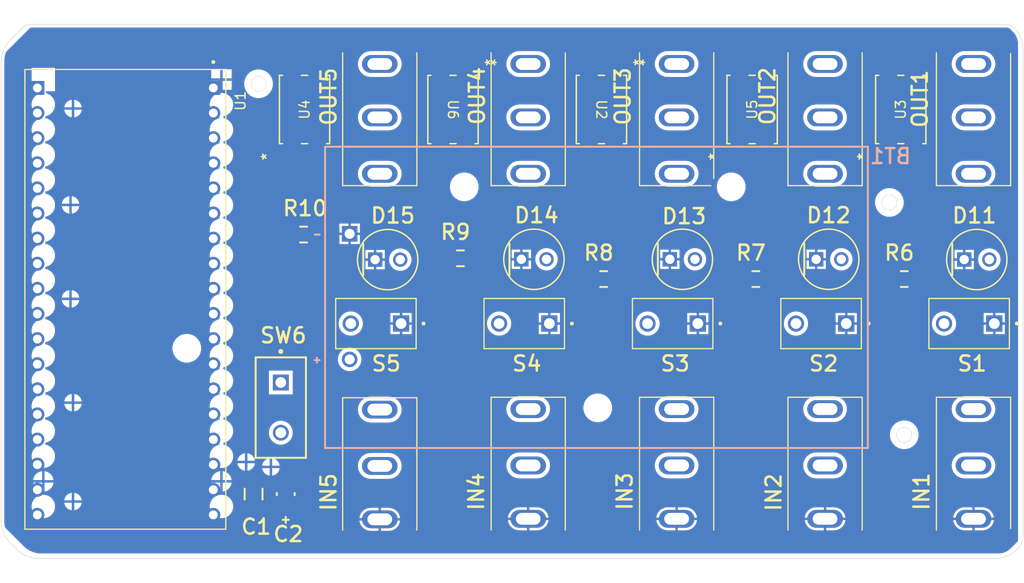
<source format=kicad_pcb>
(kicad_pcb (version 20241229) (generator "pcbnew") (generator_version "9.0")
  (layers (0 "F.Cu" signal "Top Layer") (2 "B.Cu" signal "Bottom Layer") (13 "F.Paste" user "Top Paste") (15 "B.Paste" user "Bottom Paste") (5 "F.SilkS" user "Top Overlay") (7 "B.SilkS" user "Bottom Overlay") (1 "F.Mask" user "Top Solder") (3 "B.Mask" user "Bottom Solder") (25 "Edge.Cuts" user))
  (property "SHEETTOTAL" "1")
  (net 0 "")
  (net 1 "NetD15_2")
  (net 2 "NetD14_2")
  (net 3 "NetD13_2")
  (net 4 "NetD12_2")
  (net 5 "NetD11_2")
  (net 6 "VIN")
  (net 7 "PILOT_LED5")
  (net 8 "PILOT_LED4")
  (net 9 "PILOT_LED3")
  (net 10 "PILOT_LED2")
  (net 11 "PILOT_LED1")
  (net 12 "NetOUT5_Tip")
  (net 13 "NetOUT5_Sleeve")
  (net 14 "NetOUT4_Tip")
  (net 15 "NetOUT4_Sleeve")
  (net 16 "NetOUT3_Tip")
  (net 17 "NetOUT3_Sleeve")
  (net 18 "NetOUT2_Tip")
  (net 19 "NetOUT2_Sleeve")
  (net 20 "NetOUT1_Tip")
  (net 21 "NetOUT1_Sleeve")
  (net 22 "NetBT1_2")
  (net 23 "GND")
  (net 24 "BTN5")
  (net 25 "BTN4")
  (net 26 "BTN3")
  (net 27 "BTN2")
  (net 28 "BTN1")
  (net 29 "BACKUP_BTN5")
  (net 30 "BACKUP_BTN4")
  (net 31 "BACKUP_BTN3")
  (net 32 "BACKUP_BTN2")
  (net 33 "BACKUP_BTN1")
  (net 70 "Net-(J3-Pad2)")
  (net 71 "Net-(U2-A)")
  (net 72 "Net-(J3-Pad1)")
  (net 73 "Net-(U3-A)")
  (net 74 "Net-(J4-Pad1)")
  (net 75 "Net-(J4-Pad2)")
  (net 76 "Net-(U4-A)")
  (net 77 "Net-(J5-Pad2)")
  (net 78 "Net-(J5-Pad1)")
  (net 79 "Net-(U5-A)")
  (net 80 "Net-(J6-Pad1)")
  (net 81 "Net-(J6-Pad2)")
  (net 82 "Net-(J7-Pad1)")
  (net 83 "Net-(J7-Pad2)")
  (net 84 "Net-(U6-A)")
  (footprint "800AWSP9M2QE:SW_800AWSP9M2QE" (layer "F.Cu") (at 149.72611 108.2536 180)
    (property "Reference" "S4" (at -0.25399 -4.053852 0) (layer "F.SilkS") (effects (font (size 1.524 1.524) (thickness 0.254))))
    (property "Value" "800AWSP9M2QE" (hide yes))
    (fp_line (start 4.065 2.54) (end -4.065 2.54) (stroke (width 0.127)) (layer "F.SilkS"))
    (fp_line (start 4.065 -2.54) (end 4.065 2.54) (stroke (width 0.127)) (layer "F.SilkS"))
    (fp_line (start 4.065 -2.54) (end -4.065 -2.54) (stroke (width 0.127)) (layer "F.SilkS"))
    (fp_line (start -4.065 -2.54) (end -4.065 2.54) (stroke (width 0.127)) (layer "F.SilkS"))
    (fp_circle (center -4.815 0) (end -4.815 0.1) (stroke (width 0.2)) (fill no) (layer "F.SilkS"))
    (pad "1" thru_hole rect (at -2.54 0 180) (size 1.635 1.635) (drill 1.09) (layers "*.Cu" "*.Mask") (net 23 "GND") (padstack (mode front_inner_back) (layer "Inner" (shape circle) (size 1.635 1.635)) (layer "B.Cu" (shape rect) (size 1.635 1.635))))
    (pad "3" thru_hole circle (at 2.54 0 180) (size 1.635 1.635) (drill 1.09) (layers "*.Cu" "*.Mask") (net 30 "BACKUP_BTN4"))
  )
  (footprint "Vault:CKCP-TS02CBE_V" (layer "F.Cu") (at 125.1261 116.7536 -90)
    (property "Reference" "SW6" (at -7.296148 -0.254005 0) (layer "F.SilkS") (effects (font (size 1.524 1.524) (thickness 0.254))))
    (property "Value" "TS02CBE" (hide yes))
    (fp_line (start -5.08033 2.54016) (end -5.08 -2.54) (stroke (width 0.2)) (layer "F.SilkS"))
    (fp_line (start 5.07967 2.54016) (end -5.08033 2.54016) (stroke (width 0.2)) (layer "F.SilkS"))
    (fp_line (start 5.07967 2.54016) (end 5.07984 -2.54) (stroke (width 0.2)) (layer "F.SilkS"))
    (fp_line (start 5.08 -2.54) (end -5.08 -2.54) (stroke (width 0.2)) (layer "F.SilkS"))
    (fp_circle (center -5.68 0) (end -5.805 0) (stroke (width 0.25)) (fill no) (layer "F.SilkS"))
    (pad "1" thru_hole rect (at -2.54 0 270) (size 1.6 1.6) (drill 1.09) (layers "*.Cu" "*.Mask") (net 22 "NetBT1_2"))
    (pad "3" thru_hole circle (at 2.54 0 90) (size 1.6 1.6) (drill 1.09) (layers "*.Cu" "*.Mask") (net 6 "VIN"))
  )
  (footprint "Vault:FP-HLMP-4700-MFG" (layer "F.Cu") (at 165.7061 101.7536)
    (property "Reference" "D13" (at 0.174005 -4.346148 0) (layer "F.SilkS") (effects (font (size 1.524 1.524) (thickness 0.254))))
    (property "Value" "HLMP-4700" (hide yes))
    (fp_line (start -2.475 1.6) (end -2.475 -1.6) (stroke (width 0.2)) (layer "F.SilkS"))
    (fp_circle (center 0 0) (end 0 -3.05) (stroke (width 0.15)) (fill no) (layer "F.SilkS"))
    (pad "1" thru_hole rect (at -1.27 0) (size 1.45 1.45) (drill 0.95) (layers "*.Cu" "*.Mask") (net 23 "GND"))
    (pad "2" thru_hole circle (at 1.27 0) (size 1.45 1.45) (drill 0.95) (layers "*.Cu" "*.Mask") (net 3 "NetD13_2"))
  )
  (footprint "Vault:RESC3116X65X50NL20T20" (layer "F.Cu") (at 188.1261 103.7536)
    (property "Reference" "R6" (at -0.49571 -2.650998 0) (layer "F.SilkS") (effects (font (size 1.524 1.524) (thickness 0.254))))
    (property "Value" "CRCW1206750RFKEAHP" (hide yes))
    (fp_line (start -0.35 -0.8) (end 0.35 -0.8) (stroke (width 0.2)) (layer "F.SilkS"))
    (fp_line (start -0.35 0.8) (end 0.35 0.8) (stroke (width 0.2)) (layer "F.SilkS"))
    (pad "1" smd rect (at -1.375 0 90) (size 1.8 1.25) (layers "F.Cu" "F.Mask" "F.Paste") (net 11 "PILOT_LED1"))
    (pad "2" smd rect (at 1.375 0 90) (size 1.8 1.25) (layers "F.Cu" "F.Mask" "F.Paste") (net 5 "NetD11_2"))
  )
  (footprint "Vault:RESC3116X65X50NL20T20" (layer "F.Cu") (at 127.4261 99.2536)
    (property "Reference" "R10" (at 0.139085 -2.650998 0) (layer "F.SilkS") (effects (font (size 1.524 1.524) (thickness 0.254))))
    (property "Value" "CRCW1206750RFKEAHP" (hide yes))
    (fp_line (start -0.35 -0.8) (end 0.35 -0.8) (stroke (width 0.2)) (layer "F.SilkS"))
    (fp_line (start -0.35 0.8) (end 0.35 0.8) (stroke (width 0.2)) (layer "F.SilkS"))
    (pad "1" smd rect (at -1.375 0 90) (size 1.8 1.25) (layers "F.Cu" "F.Mask" "F.Paste") (net 7 "PILOT_LED5"))
    (pad "2" smd rect (at 1.375 0 90) (size 1.8 1.25) (layers "F.Cu" "F.Mask" "F.Paste") (net 1 "NetD15_2"))
  )
  (footprint "Vault:FP-HLMP-4700-MFG" (layer "F.Cu") (at 195.4561 101.7786)
    (property "Reference" "D11" (at -0.245995 -4.446148 0) (layer "F.SilkS") (effects (font (size 1.524 1.524) (thickness 0.254))))
    (property "Value" "HLMP-4700" (hide yes))
    (fp_line (start -2.475 1.6) (end -2.475 -1.6) (stroke (width 0.2)) (layer "F.SilkS"))
    (fp_circle (center 0 0) (end 0 -3.05) (stroke (width 0.15)) (fill no) (layer "F.SilkS"))
    (pad "1" thru_hole rect (at -1.27 0) (size 1.45 1.45) (drill 0.95) (layers "*.Cu" "*.Mask") (net 23 "GND"))
    (pad "2" thru_hole circle (at 1.27 0) (size 1.45 1.45) (drill 0.95) (layers "*.Cu" "*.Mask") (net 5 "NetD11_2"))
  )
  (footprint "800AWSP9M2QE:SW_800AWSP9M2QE" (layer "F.Cu") (at 164.7261 108.2536 180)
    (property "Reference" "S3" (at -0.254 -4.053852 0) (layer "F.SilkS") (effects (font (size 1.524 1.524) (thickness 0.254))))
    (property "Value" "800AWSP9M2QE" (hide yes))
    (fp_line (start 4.065 2.54) (end -4.06501 2.54) (stroke (width 0.127)) (layer "F.SilkS"))
    (fp_line (start 4.065 -2.54) (end 4.065 2.54) (stroke (width 0.127)) (layer "F.SilkS"))
    (fp_line (start 4.065 -2.54) (end -4.06501 -2.54) (stroke (width 0.127)) (layer "F.SilkS"))
    (fp_line (start -4.06501 -2.54) (end -4.06501 2.54) (stroke (width 0.127)) (layer "F.SilkS"))
    (fp_circle (center -4.815 0) (end -4.815 0.1) (stroke (width 0.2)) (fill no) (layer "F.SilkS"))
    (pad "1" thru_hole rect (at -2.54 0 180) (size 1.635 1.635) (drill 1.09) (layers "*.Cu" "*.Mask") (net 23 "GND") (padstack (mode front_inner_back) (layer "Inner" (shape circle) (size 1.635 1.635)) (layer "B.Cu" (shape rect) (size 1.635 1.635))))
    (pad "3" thru_hole circle (at 2.54 0 180) (size 1.635 1.635) (drill 1.09) (layers "*.Cu" "*.Mask") (net 31 "BACKUP_BTN3"))
  )
  (footprint "Vault:FP-HLMP-4700-MFG" (layer "F.Cu") (at 150.7061 101.7536)
    (property "Reference" "D14" (at 0.253995 -4.446148 0) (layer "F.SilkS") (effects (font (size 1.524 1.524) (thickness 0.254))))
    (property "Value" "HLMP-4700" (hide yes))
    (fp_line (start -2.475 1.6) (end -2.475 -1.6) (stroke (width 0.2)) (layer "F.SilkS"))
    (fp_circle (center 0 0) (end 0 -3.05) (stroke (width 0.15)) (fill no) (layer "F.SilkS"))
    (pad "1" thru_hole rect (at -1.27 0) (size 1.45 1.45) (drill 0.95) (layers "*.Cu" "*.Mask") (net 23 "GND"))
    (pad "2" thru_hole circle (at 1.27 0) (size 1.45 1.45) (drill 0.95) (layers "*.Cu" "*.Mask") (net 2 "NetD14_2"))
  )
  (footprint "Vault:RESC3116X65X50NL20T20" (layer "F.Cu") (at 143.2761 101.6536)
    (property "Reference" "R9" (at -0.49571 -2.650998 0) (layer "F.SilkS") (effects (font (size 1.524 1.524) (thickness 0.254))))
    (property "Value" "CRCW1206750RFKEAHP" (hide yes))
    (fp_line (start -0.35 -0.8) (end 0.35 -0.8) (stroke (width 0.2)) (layer "F.SilkS"))
    (fp_line (start -0.35 0.8) (end 0.35 0.8) (stroke (width 0.2)) (layer "F.SilkS"))
    (pad "1" smd rect (at -1.375 0 90) (size 1.8 1.25) (layers "F.Cu" "F.Mask" "F.Paste") (net 8 "PILOT_LED4"))
    (pad "2" smd rect (at 1.375 0 90) (size 1.8 1.25) (layers "F.Cu" "F.Mask" "F.Paste") (net 2 "NetD14_2"))
  )
  (footprint "MJ-3502:CUI_MJ-3502" (layer "F.Cu") (at 195.1261 122.4536 90)
    (property "Reference" "IN1" (at -2.795995 -5.246148 90) (layer "F.SilkS") (effects (font (size 1.524 1.524) (thickness 0.254))))
    (property "Value" "MJ-3502" (hide yes))
    (fp_line (start 6.75 -3.75) (end 6.75 3.75) (stroke (width 0.127)) (layer "F.SilkS"))
    (fp_line (start -6.68649 -3.75) (end 6.75 -3.75) (stroke (width 0.127)) (layer "F.SilkS"))
    (fp_line (start -6.53173 3.75) (end 6.75 3.75) (stroke (width 0.127)) (layer "F.SilkS"))
    (pad "1" thru_hole oval (at -5.55 0 180) (size 3.6 1.8) (drill oval 2.5 1.2) (layers "*.Cu" "*.Mask") (net 23 "GND"))
    (pad "2" thru_hole oval (at -0.15 0 180) (size 3.6 1.8) (drill oval 2.5 1.2) (layers "*.Cu" "*.Mask") (net 28 "BTN1"))
    (pad "3" thru_hole oval (at 5.55 0 180) (size 3.6 1.8) (drill oval 2.5 1.2) (layers "*.Cu" "*.Mask"))
  )
  (footprint "AT_HUB_R2:11-5B201S_TOS" (layer "F.Cu") (at 172.7561 86.6036 90)
    (property "Reference" "U5" (at 0 0 90) (layer "F.SilkS"))
    (property "Value" "TLP241A(TP1,F")
    (fp_line (start 3.4544 -2.54) (end -3.4544 -2.54) (stroke (width 0.1524)) (layer "F.SilkS"))
    (fp_line (start -3.4544 -2.54) (end -3.4544 -2.231988) (stroke (width 0.1524)) (layer "F.SilkS"))
    (fp_line (start 3.4544 -2.231988) (end 3.4544 -2.54) (stroke (width 0.1524)) (layer "F.SilkS"))
    (fp_line (start -3.4544 -0.308012) (end -3.4544 0.308012) (stroke (width 0.1524)) (layer "F.SilkS"))
    (fp_line (start 3.4544 0.308012) (end 3.4544 -0.308012) (stroke (width 0.1524)) (layer "F.SilkS"))
    (fp_line (start -3.4544 2.231988) (end -3.4544 2.54) (stroke (width 0.1524)) (layer "F.SilkS"))
    (fp_line (start 3.4544 2.54) (end 3.4544 2.231988) (stroke (width 0.1524)) (layer "F.SilkS"))
    (fp_line (start -3.4544 2.54) (end 3.4544 2.54) (stroke (width 0.1524)) (layer "F.SilkS"))
    (fp_text user "*" (at -4.7625 -3.81 90) (layer "F.SilkS"))
    (fp_text user "*" (at -4.7625 -3.81 90) (layer "F.SilkS"))
    (pad "1" smd rect (at -4.5085 -1.27 90) (size 1.7018 1.397) (layers "F.Cu" "F.Mask" "F.Paste") (net 79 "Net-(U5-A)"))
    (pad "2" smd rect (at -4.5085 1.27 90) (size 1.7018 1.397) (layers "F.Cu" "F.Mask" "F.Paste") (net 23 "GND"))
    (pad "3" smd rect (at 4.5085 1.27 90) (size 1.7018 1.397) (layers "F.Cu" "F.Mask" "F.Paste") (net 80 "Net-(J6-Pad1)"))
    (pad "4" smd rect (at 4.5085 -1.27 90) (size 1.7018 1.397) (layers "F.Cu" "F.Mask" "F.Paste") (net 81 "Net-(J6-Pad2)"))
  )
  (footprint "" (layer "F.Cu") (at 186.6261 96.0036)
    (property "Reference" "" (at 0 0 0) (layer "F.SilkS") (effects (font (size 1.27 1.27))))
    (property "Value" "")
    (pad "MH6" thru_hole circle (at 0 0) (size 1.524 1.524) (drill 2.29) (layers "*.Cu" "*.Mask"))
  )
  (footprint "Vault:FP-HLMP-4700-MFG" (layer "F.Cu") (at 180.4961 101.7536)
    (property "Reference" "D12" (at -0.015995 -4.446148 0) (layer "F.SilkS") (effects (font (size 1.524 1.524) (thickness 0.254))))
    (property "Value" "HLMP-4700" (hide yes))
    (fp_line (start -2.475 1.6) (end -2.475 -1.6) (stroke (width 0.2)) (layer "F.SilkS"))
    (fp_circle (center 0 0) (end 0 -3.05) (stroke (width 0.15)) (fill no) (layer "F.SilkS"))
    (pad "1" thru_hole rect (at -1.27 0) (size 1.45 1.45) (drill 0.95) (layers "*.Cu" "*.Mask") (net 23 "GND"))
    (pad "2" thru_hole circle (at 1.27 0) (size 1.45 1.45) (drill 0.95) (layers "*.Cu" "*.Mask") (net 4 "NetD12_2"))
  )
  (footprint "Vault:FP-T491A106M016AT-MFG" (layer "F.Cu") (at 125.6261 125.5036 -90)
    (property "Reference" "C2" (at 4.053852 -0.254 0) (layer "F.SilkS") (effects (font (size 1.524 1.524) (thickness 0.254))))
    (property "Value" "T491A106M016AT" (hide yes))
    (fp_line (start 0.115 0.9) (end -0.115 0.9) (stroke (width 0.2)) (layer "F.SilkS"))
    (fp_line (start 2.6 0.3) (end 2.6 -0.3) (stroke (width 0.2)) (layer "F.SilkS"))
    (fp_line (start 2.9 0) (end 2.3 0) (stroke (width 0.2)) (layer "F.SilkS"))
    (fp_line (start 0.115 -0.9) (end -0.115 -0.9) (stroke (width 0.2)) (layer "F.SilkS"))
    (pad "1" smd rect (at -1.2 0 270) (size 1.42 1.13) (layers "F.Cu" "F.Mask" "F.Paste") (net 23 "GND"))
    (pad "2" smd rect (at 1.2 0 270) (size 1.42 1.13) (layers "F.Cu" "F.Mask" "F.Paste") (net 6 "VIN"))
  )
  (footprint "Vault:RESC3116X65X50NL20T20" (layer "F.Cu") (at 173.1261 103.7536)
    (property "Reference" "R7" (at -0.49571 -2.650998 0) (layer "F.SilkS") (effects (font (size 1.524 1.524) (thickness 0.254))))
    (property "Value" "CRCW1206750RFKEAHP" (hide yes))
    (fp_line (start -0.35 -0.8) (end 0.35 -0.8) (stroke (width 0.2)) (layer "F.SilkS"))
    (fp_line (start -0.35 0.8) (end 0.35 0.8) (stroke (width 0.2)) (layer "F.SilkS"))
    (pad "1" smd rect (at -1.375 0 90) (size 1.8 1.25) (layers "F.Cu" "F.Mask" "F.Paste") (net 10 "PILOT_LED2"))
    (pad "2" smd rect (at 1.375 0 90) (size 1.8 1.25) (layers "F.Cu" "F.Mask" "F.Paste") (net 4 "NetD12_2"))
  )
  (footprint "Vault:FP-C1206C-EB-MFG" (layer "F.Cu") (at 122.3761 125.5036 90)
    (property "Reference" "C1" (at -3.303852 0.254 0) (layer "F.SilkS") (effects (font (size 1.524 1.524) (thickness 0.254))))
    (property "Value" "C1206C104K4RACTU" (hide yes))
    (fp_line (start -0.55 -0.9) (end 0.55 -0.9) (stroke (width 0.2)) (layer "F.SilkS"))
    (fp_line (start -0.55 0.9) (end 0.55 0.9) (stroke (width 0.2)) (layer "F.SilkS"))
    (pad "1" smd rect (at -1.4 0 90) (size 0.95 1.7) (layers "F.Cu" "F.Mask" "F.Paste") (net 6 "VIN"))
    (pad "2" smd rect (at 1.4 0 90) (size 0.95 1.7) (layers "F.Cu" "F.Mask" "F.Paste") (net 23 "GND"))
  )
  (footprint "800AWSP9M2QE:SW_800AWSP9M2QE" (layer "F.Cu") (at 179.7261 108.2536 180)
    (property "Reference" "S2" (at -0.254 -4.053852 0) (layer "F.SilkS") (effects (font (size 1.524 1.524) (thickness 0.254))))
    (property "Value" "800AWSP9M2QE" (hide yes))
    (fp_line (start 4.065 2.54) (end -4.065 2.54) (stroke (width 0.127)) (layer "F.SilkS"))
    (fp_line (start 4.065 -2.54) (end 4.065 2.54) (stroke (width 0.127)) (layer "F.SilkS"))
    (fp_line (start 4.065 -2.54) (end -4.065 -2.54) (stroke (width 0.127)) (layer "F.SilkS"))
    (fp_line (start -4.065 -2.54) (end -4.065 2.54) (stroke (width 0.127)) (layer "F.SilkS"))
    (fp_circle (center -4.815 0) (end -4.815 0.1) (stroke (width 0.2)) (fill no) (layer "F.SilkS"))
    (pad "1" thru_hole rect (at -2.54 0 180) (size 1.635 1.635) (drill 1.09) (layers "*.Cu" "*.Mask") (net 23 "GND") (padstack (mode front_inner_back) (layer "Inner" (shape circle) (size 1.635 1.635)) (layer "B.Cu" (shape rect) (size 1.635 1.635))))
    (pad "3" thru_hole circle (at 2.54 0 180) (size 1.635 1.635) (drill 1.09) (layers "*.Cu" "*.Mask") (net 32 "BACKUP_BTN2"))
  )
  (footprint "AT_HUB_R2:11-5B201S_TOS" (layer "F.Cu") (at 127.5261 86.6036 90)
    (property "Reference" "U4" (at 0 0 90) (layer "F.SilkS"))
    (property "Value" "TLP241A(TP1,F")
    (fp_line (start 3.4544 -2.54) (end -3.4544 -2.54) (stroke (width 0.1524)) (layer "F.SilkS"))
    (fp_line (start -3.4544 -2.54) (end -3.4544 -2.231988) (stroke (width 0.1524)) (layer "F.SilkS"))
    (fp_line (start 3.4544 -2.231988) (end 3.4544 -2.54) (stroke (width 0.1524)) (layer "F.SilkS"))
    (fp_line (start -3.4544 -0.308012) (end -3.4544 0.308012) (stroke (width 0.1524)) (layer "F.SilkS"))
    (fp_line (start 3.4544 0.308012) (end 3.4544 -0.308012) (stroke (width 0.1524)) (layer "F.SilkS"))
    (fp_line (start -3.4544 2.231988) (end -3.4544 2.54) (stroke (width 0.1524)) (layer "F.SilkS"))
    (fp_line (start 3.4544 2.54) (end 3.4544 2.231988) (stroke (width 0.1524)) (layer "F.SilkS"))
    (fp_line (start -3.4544 2.54) (end 3.4544 2.54) (stroke (width 0.1524)) (layer "F.SilkS"))
    (fp_text user "*" (at -4.7625 -3.81 90) (layer "F.SilkS"))
    (fp_text user "*" (at -4.7625 -3.81 90) (layer "F.SilkS"))
    (pad "1" smd rect (at -4.5085 -1.27 90) (size 1.7018 1.397) (layers "F.Cu" "F.Mask" "F.Paste") (net 76 "Net-(U4-A)"))
    (pad "2" smd rect (at -4.5085 1.27 90) (size 1.7018 1.397) (layers "F.Cu" "F.Mask" "F.Paste") (net 23 "GND"))
    (pad "3" smd rect (at 4.5085 1.27 90) (size 1.7018 1.397) (layers "F.Cu" "F.Mask" "F.Paste") (net 78 "Net-(J5-Pad1)"))
    (pad "4" smd rect (at 4.5085 -1.27 90) (size 1.7018 1.397) (layers "F.Cu" "F.Mask" "F.Paste") (net 77 "Net-(J5-Pad2)"))
  )
  (footprint "" (layer "F.Cu") (at 188.1261 119.5036)
    (property "Reference" "" (at 0 0 0) (layer "F.SilkS") (effects (font (size 1.27 1.27))))
    (property "Value" "")
    (pad "MH7" thru_hole circle (at 0 0) (size 1.524 1.524) (drill 2.29) (layers "*.Cu" "*.Mask"))
  )
  (footprint "MJ-3502:CUI_MJ-3502" (layer "F.Cu") (at 135.1261 87.5536 -90)
    (property "Reference" "OUT5" (at -2.254005 5.171148 90) (layer "F.SilkS") (effects (font (size 1.524 1.524) (thickness 0.254))))
    (property "Value" "MJ-3502" (hide yes))
    (fp_line (start 6.75 3.75) (end -6.68649 3.75) (stroke (width 0.127)) (layer "F.SilkS"))
    (fp_line (start 6.75 3.75) (end 6.75 -3.75) (stroke (width 0.127)) (layer "F.SilkS"))
    (fp_line (start 6.75 -3.75) (end -6.68649 -3.75) (stroke (width 0.127)) (layer "F.SilkS"))
    (pad "1" thru_hole oval (at -5.55 0) (size 3.6 1.8) (drill oval 2.5 1.2) (layers "*.Cu" "*.Mask") (net 13 "NetOUT5_Sleeve"))
    (pad "2" thru_hole oval (at -0.15 0) (size 3.6 1.8) (drill oval 2.5 1.2) (layers "*.Cu" "*.Mask") (net 12 "NetOUT5_Tip"))
    (pad "3" thru_hole oval (at 5.55 0) (size 3.6 1.8) (drill oval 2.5 1.2) (layers "*.Cu" "*.Mask"))
  )
  (footprint "Vault:FP-HLMP-4700-MFG" (layer "F.Cu") (at 135.9261 101.7886)
    (property "Reference" "D15" (at 0.524005 -4.446148 0) (layer "F.SilkS") (effects (font (size 1.524 1.524) (thickness 0.254))))
    (property "Value" "HLMP-4700" (hide yes))
    (fp_line (start -2.475 1.6) (end -2.475 -1.6) (stroke (width 0.2)) (layer "F.SilkS"))
    (fp_arc (start -2.572002 -1.6393) (mid 0.853784 -2.928063) (end 3.05 0) (stroke (width 0.15)) (layer "F.SilkS"))
    (fp_arc (start 3.05 0) (mid -0.798894 2.943513) (end -2.631487 -1.542004) (stroke (width 0.15)) (layer "F.SilkS"))
    (pad "1" thru_hole rect (at -1.27 0) (size 1.45 1.45) (drill 0.95) (layers "*.Cu" "*.Mask") (net 23 "GND"))
    (pad "2" thru_hole circle (at 1.27 0) (size 1.45 1.45) (drill 0.95) (layers "*.Cu" "*.Mask") (net 1 "NetD15_2"))
  )
  (footprint "MJ-3502:CUI_MJ-3502" (layer "F.Cu") (at 180.1261 122.4536 90)
    (property "Reference" "IN2" (at -2.870995 -5.196148 90) (layer "F.SilkS") (effects (font (size 1.524 1.524) (thickness 0.254))))
    (property "Value" "MJ-3502" (hide yes))
    (fp_line (start 6.75 -3.75) (end 6.75 3.75) (stroke (width 0.127)) (layer "F.SilkS"))
    (fp_line (start -6.68649 -3.75) (end 6.75 -3.75) (stroke (width 0.127)) (layer "F.SilkS"))
    (fp_line (start -6.68649 3.75) (end 6.75 3.75) (stroke (width 0.127)) (layer "F.SilkS"))
    (pad "1" thru_hole oval (at -5.55 0 180) (size 3.6 1.8) (drill oval 2.5 1.2) (layers "*.Cu" "*.Mask") (net 23 "GND"))
    (pad "2" thru_hole oval (at -0.15 0 180) (size 3.6 1.8) (drill oval 2.5 1.2) (layers "*.Cu" "*.Mask") (net 27 "BTN2"))
    (pad "3" thru_hole oval (at 5.55 0 180) (size 3.6 1.8) (drill oval 2.5 1.2) (layers "*.Cu" "*.Mask"))
  )
  (footprint "AT_HUB_R2:XCVR_ESP32-PICO-KIT-V4.1" (layer "F.Cu") (at 109.4161 106.0536 -90)
    (property "Reference" "U1" (at -20.325 -11.635 90) (layer "F.SilkS"))
    (property "Value" "ESP32-PICO-DEVKITM-2")
    (fp_line (start -23.5 10.15) (end -23.5 -10.15) (stroke (width 0.127)) (layer "F.SilkS"))
    (fp_line (start 23 10.15) (end -23.5 10.15) (stroke (width 0.127)) (layer "F.SilkS"))
    (fp_line (start -23.5 -10.15) (end 23 -10.15) (stroke (width 0.127)) (layer "F.SilkS"))
    (fp_line (start 23 -10.15) (end 23 10.15) (stroke (width 0.127)) (layer "F.SilkS"))
    (fp_circle (center -24.25 -8.89) (end -24.15 -8.89) (stroke (width 0.2)) (fill no) (layer "F.SilkS"))
    (pad "1" thru_hole rect (at -21.63 -8.89 270) (size 1.408 1.408) (drill 0.9) (layers "*.Cu" "*.Mask"))
    (pad "2" thru_hole circle (at -19.09 -8.89 270) (size 1.408 1.408) (drill 0.9) (layers "*.Cu" "*.Mask"))
    (pad "3" thru_hole circle (at -16.55 -8.89 270) (size 1.408 1.408) (drill 0.9) (layers "*.Cu" "*.Mask"))
    (pad "4" thru_hole circle (at -14.01 -8.89 270) (size 1.408 1.408) (drill 0.9) (layers "*.Cu" "*.Mask"))
    (pad "5" thru_hole circle (at -11.47 -8.89 270) (size 1.408 1.408) (drill 0.9) (layers "*.Cu" "*.Mask"))
    (pad "6" thru_hole circle (at -8.93 -8.89 270) (size 1.408 1.408) (drill 0.9) (layers "*.Cu" "*.Mask"))
    (pad "7" thru_hole circle (at -6.39 -8.89 270) (size 1.408 1.408) (drill 0.9) (layers "*.Cu" "*.Mask"))
    (pad "8" thru_hole circle (at -3.85 -8.89 270) (size 1.408 1.408) (drill 0.9) (layers "*.Cu" "*.Mask"))
    (pad "9" thru_hole circle (at -1.31 -8.89 270) (size 1.408 1.408) (drill 0.9) (layers "*.Cu" "*.Mask"))
    (pad "10" thru_hole circle (at 1.23 -8.89 270) (size 1.408 1.408) (drill 0.9) (layers "*.Cu" "*.Mask"))
    (pad "11" thru_hole circle (at 3.77 -8.89 270) (size 1.408 1.408) (drill 0.9) (layers "*.Cu" "*.Mask"))
    (pad "12" thru_hole circle (at 6.31 -8.89 270) (size 1.408 1.408) (drill 0.9) (layers "*.Cu" "*.Mask"))
    (pad "13" thru_hole circle (at 8.85 -8.89 270) (size 1.408 1.408) (drill 0.9) (layers "*.Cu" "*.Mask"))
    (pad "14" thru_hole circle (at 11.39 -8.89 270) (size 1.408 1.408) (drill 0.9) (layers "*.Cu" "*.Mask"))
    (pad "15" thru_hole circle (at 13.93 -8.89 270) (size 1.408 1.408) (drill 0.9) (layers "*.Cu" "*.Mask"))
    (pad "16" thru_hole circle (at 16.47 -8.89 270) (size 1.408 1.408) (drill 0.9) (layers "*.Cu" "*.Mask"))
    (pad "17" thru_hole circle (at 19.01 -8.89 270) (size 1.408 1.408) (drill 0.9) (layers "*.Cu" "*.Mask"))
    (pad "18" thru_hole circle (at 21.55 -8.89 270) (size 1.408 1.408) (drill 0.9) (layers "*.Cu" "*.Mask"))
    (pad "19" thru_hole rect (at -21.63 8.89 270) (size 1.408 1.408) (drill 0.9) (layers "*.Cu" "*.Mask"))
    (pad "20" thru_hole circle (at -19.09 8.89 270) (size 1.408 1.408) (drill 0.9) (layers "*.Cu" "*.Mask"))
    (pad "21" thru_hole circle (at -16.55 8.89 270) (size 1.408 1.408) (drill 0.9) (layers "*.Cu" "*.Mask"))
    (pad "22" thru_hole circle (at -14.01 8.89 270) (size 1.408 1.408) (drill 0.9) (layers "*.Cu" "*.Mask"))
    (pad "23" thru_hole circle (at -11.47 8.89 270) (size 1.408 1.408) (drill 0.9) (layers "*.Cu" "*.Mask"))
    (pad "24" thru_hole circle (at -8.93 8.89 270) (size 1.408 1.408) (drill 0.9) (layers "*.Cu" "*.Mask"))
    (pad "25" thru_hole circle (at -6.39 8.89 270) (size 1.408 1.408) (drill 0.9) (layers "*.Cu" "*.Mask"))
    (pad "26" thru_hole circle (at -3.85 8.89 270) (size 1.408 1.408) (drill 0.9) (layers "*.Cu" "*.Mask"))
    (pad "27" thru_hole circle (at -1.31 8.89 270) (size 1.408 1.408) (drill 0.9) (layers "*.Cu" "*.Mask"))
    (pad "28" thru_hole circle (at 1.23 8.89 270) (size 1.408 1.408) (drill 0.9) (layers "*.Cu" "*.Mask"))
    (pad "29" thru_hole circle (at 3.77 8.89 270) (size 1.408 1.408) (drill 0.9) (layers "*.Cu" "*.Mask"))
    (pad "30" thru_hole circle (at 6.31 8.89 270) (size 1.408 1.408) (drill 0.9) (layers "*.Cu" "*.Mask"))
    (pad "31" thru_hole circle (at 8.85 8.89 270) (size 1.408 1.408) (drill 0.9) (layers "*.Cu" "*.Mask"))
    (pad "32" thru_hole circle (at 11.39 8.89 270) (size 1.408 1.408) (drill 0.9) (layers "*.Cu" "*.Mask"))
    (pad "33" thru_hole circle (at 13.93 8.89 270) (size 1.408 1.408) (drill 0.9) (layers "*.Cu" "*.Mask"))
    (pad "34" thru_hole circle (at 16.47 8.89 270) (size 1.408 1.408) (drill 0.9) (layers "*.Cu" "*.Mask"))
    (pad "35" thru_hole circle (at 19.01 8.89 270) (size 1.408 1.408) (drill 0.9) (layers "*.Cu" "*.Mask"))
    (pad "36" thru_hole circle (at 21.55 8.89 270) (size 1.408 1.408) (drill 0.9) (layers "*.Cu" "*.Mask"))
  )
  (footprint "MJ-3502:CUI_MJ-3502" (layer "F.Cu") (at 165.1261 122.4536 90)
    (property "Reference" "IN3" (at -2.770995 -5.246148 90) (layer "F.SilkS") (effects (font (size 1.524 1.524) (thickness 0.254))))
    (property "Value" "MJ-3502" (hide yes))
    (fp_line (start 6.75 -3.75) (end 6.75 3.75) (stroke (width 0.127)) (layer "F.SilkS"))
    (fp_line (start -6.68649 -3.75) (end 6.75 -3.75) (stroke (width 0.127)) (layer "F.SilkS"))
    (fp_line (start -6.68649 3.75) (end 6.75 3.75) (stroke (width 0.127)) (layer "F.SilkS"))
    (pad "1" thru_hole oval (at -5.55 0 180) (size 3.6 1.8) (drill oval 2.5 1.2) (layers "*.Cu" "*.Mask") (net 23 "GND"))
    (pad "2" thru_hole oval (at -0.15 0 180) (size 3.6 1.8) (drill oval 2.5 1.2) (layers "*.Cu" "*.Mask") (net 26 "BTN3"))
    (pad "3" thru_hole oval (at 5.55 0 180) (size 3.6 1.8) (drill oval 2.5 1.2) (layers "*.Cu" "*.Mask"))
  )
  (footprint "" (layer "F.Cu") (at 122.8761 84.0036)
    (property "Reference" "" (at 0 0 0) (layer "F.SilkS") (effects (font (size 1.27 1.27))))
    (property "Value" "")
    (pad "MH4" thru_hole circle (at 0 0) (size 1.524 1.524) (drill 2.29) (layers "*.Cu" "*.Mask"))
  )
  (footprint "800AWSP9M2QE:SW_800AWSP9M2QE" (layer "F.Cu") (at 134.7361 108.2536 180)
    (property "Reference" "S5" (at -1.044 -4.053852 0) (layer "F.SilkS") (effects (font (size 1.524 1.524) (thickness 0.254))))
    (property "Value" "800AWSP9M2QE" (hide yes))
    (fp_line (start 4.065 2.54) (end -4.065 2.54) (stroke (width 0.127)) (layer "F.SilkS"))
    (fp_line (start 4.065 -2.54) (end 4.065 2.54) (stroke (width 0.127)) (layer "F.SilkS"))
    (fp_line (start 4.065 -2.54) (end -4.065 -2.54) (stroke (width 0.127)) (layer "F.SilkS"))
    (fp_line (start -4.065 -2.54) (end -4.065 2.54) (stroke (width 0.127)) (layer "F.SilkS"))
    (fp_circle (center -4.815 0) (end -4.815 0.1) (stroke (width 0.2)) (fill no) (layer "F.SilkS"))
    (pad "1" thru_hole rect (at -2.54 0 180) (size 1.635 1.635) (drill 1.09) (layers "*.Cu" "*.Mask") (net 23 "GND") (padstack (mode front_inner_back) (layer "Inner" (shape circle) (size 1.635 1.635)) (layer "B.Cu" (shape rect) (size 1.635 1.635))))
    (pad "3" thru_hole circle (at 2.54 0 180) (size 1.635 1.635) (drill 1.09) (layers "*.Cu" "*.Mask") (net 29 "BACKUP_BTN5"))
  )
  (footprint "MJ-3502:CUI_MJ-3502" (layer "F.Cu") (at 135.1261 122.5036 90)
    (property "Reference" "IN5" (at -2.795995 -5.171148 90) (layer "F.SilkS") (effects (font (size 1.524 1.524) (thickness 0.254))))
    (property "Value" "MJ-3502" (hide yes))
    (fp_line (start 6.75 -3.75) (end 6.75 3.75) (stroke (width 0.127)) (layer "F.SilkS"))
    (fp_line (start -6.6502 -3.75) (end 6.75 -3.75) (stroke (width 0.127)) (layer "F.SilkS"))
    (fp_line (start -6.63649 3.75) (end 6.75 3.75) (stroke (width 0.127)) (layer "F.SilkS"))
    (pad "1" thru_hole oval (at -5.55 0 180) (size 3.6 1.8) (drill oval 2.5 1.2) (layers "*.Cu" "*.Mask") (net 23 "GND"))
    (pad "2" thru_hole oval (at -0.15 0 180) (size 3.6 1.8) (drill oval 2.5 1.2) (layers "*.Cu" "*.Mask") (net 24 "BTN5"))
    (pad "3" thru_hole oval (at 5.55 0 180) (size 3.6 1.8) (drill oval 2.5 1.2) (layers "*.Cu" "*.Mask"))
  )
  (footprint "AT_HUB_R2:11-5B201S_TOS" (layer "F.Cu") (at 142.5261 86.6036 -90)
    (property "Reference" "U6" (at 0 0 -90) (layer "F.SilkS"))
    (property "Value" "TLP241A(TP1,F")
    (fp_line (start -3.4544 2.54) (end 3.4544 2.54) (stroke (width 0.1524)) (layer "F.SilkS"))
    (fp_line (start 3.4544 2.54) (end 3.4544 2.231988) (stroke (width 0.1524)) (layer "F.SilkS"))
    (fp_line (start -3.4544 2.231988) (end -3.4544 2.54) (stroke (width 0.1524)) (layer "F.SilkS"))
    (fp_line (start 3.4544 0.308012) (end 3.4544 -0.308012) (stroke (width 0.1524)) (layer "F.SilkS"))
    (fp_line (start -3.4544 -0.308012) (end -3.4544 0.308012) (stroke (width 0.1524)) (layer "F.SilkS"))
    (fp_line (start 3.4544 -2.231988) (end 3.4544 -2.54) (stroke (width 0.1524)) (layer "F.SilkS"))
    (fp_line (start -3.4544 -2.54) (end -3.4544 -2.231988) (stroke (width 0.1524)) (layer "F.SilkS"))
    (fp_line (start 3.4544 -2.54) (end -3.4544 -2.54) (stroke (width 0.1524)) (layer "F.SilkS"))
    (fp_text user "*" (at -4.7625 -3.81 90) (layer "F.SilkS"))
    (fp_text user "*" (at -4.7625 -3.81 -90) (layer "F.SilkS"))
    (pad "1" smd rect (at -4.5085 -1.27 270) (size 1.7018 1.397) (layers "F.Cu" "F.Mask" "F.Paste") (net 84 "Net-(U6-A)"))
    (pad "2" smd rect (at -4.5085 1.27 270) (size 1.7018 1.397) (layers "F.Cu" "F.Mask" "F.Paste") (net 23 "GND"))
    (pad "3" smd rect (at 4.5085 1.27 270) (size 1.7018 1.397) (layers "F.Cu" "F.Mask" "F.Paste") (net 82 "Net-(J7-Pad1)"))
    (pad "4" smd rect (at 4.5085 -1.27 270) (size 1.7018 1.397) (layers "F.Cu" "F.Mask" "F.Paste") (net 83 "Net-(J7-Pad2)"))
  )
  (footprint "MJ-3502:CUI_MJ-3502" (layer "F.Cu") (at 165.1261 87.5536 -90)
    (property "Reference" "OUT3" (at -2.278995 5.446148 90) (layer "F.SilkS") (effects (font (size 1.524 1.524) (thickness 0.254))))
    (property "Value" "MJ-3502" (hide yes))
    (fp_line (start 6.75 3.75) (end -6.68649 3.75) (stroke (width 0.127)) (layer "F.SilkS"))
    (fp_line (start 6.75 3.75) (end 6.75 -3.45671) (stroke (width 0.127)) (layer "F.SilkS"))
    (fp_line (start 6.02954 -3.75) (end -6.68649 -3.75) (stroke (width 0.127)) (layer "F.SilkS"))
    (pad "1" thru_hole oval (at -5.55 0) (size 3.6 1.8) (drill oval 2.5 1.2) (layers "*.Cu" "*.Mask") (net 17 "NetOUT3_Sleeve"))
    (pad "2" thru_hole oval (at -0.15 0) (size 3.6 1.8) (drill oval 2.5 1.2) (layers "*.Cu" "*.Mask") (net 16 "NetOUT3_Tip"))
    (pad "3" thru_hole oval (at 5.55 0) (size 3.6 1.8) (drill oval 2.5 1.2) (layers "*.Cu" "*.Mask"))
  )
  (footprint "800AWSP9M2QE:SW_800AWSP9M2QE" (layer "F.Cu") (at 194.6861 108.2536 180)
    (property "Reference" "S1" (at -0.294 -4.053852 0) (layer "F.SilkS") (effects (font (size 1.524 1.524) (thickness 0.254))))
    (property "Value" "800AWSP9M2QE" (hide yes))
    (fp_line (start 4.065 2.54) (end -4.065 2.54) (stroke (width 0.127)) (layer "F.SilkS"))
    (fp_line (start 4.065 -2.54) (end 4.065 2.54) (stroke (width 0.127)) (layer "F.SilkS"))
    (fp_line (start 4.065 -2.54) (end -4.065 -2.54) (stroke (width 0.127)) (layer "F.SilkS"))
    (fp_line (start -4.065 -2.54) (end -4.065 2.54) (stroke (width 0.127)) (layer "F.SilkS"))
    (fp_circle (center -4.815 0) (end -4.815 0.1) (stroke (width 0.2)) (fill no) (layer "F.SilkS"))
    (pad "1" thru_hole rect (at -2.54 0 180) (size 1.635 1.635) (drill 1.09) (layers "*.Cu" "*.Mask") (net 23 "GND") (padstack (mode front_inner_back) (layer "Inner" (shape circle) (size 1.635 1.635)) (layer "B.Cu" (shape rect) (size 1.635 1.635))))
    (pad "3" thru_hole circle (at 2.54 0 180) (size 1.635 1.635) (drill 1.09) (layers "*.Cu" "*.Mask") (net 33 "BACKUP_BTN1"))
  )
  (footprint "MJ-3502:CUI_MJ-3502" (layer "F.Cu") (at 180.1261 87.5536 -90)
    (property "Reference" "OUT2" (at -2.303995 5.821148 90) (layer "F.SilkS") (effects (font (size 1.524 1.524) (thickness 0.254))))
    (property "Value" "MJ-3502" (hide yes))
    (fp_line (start 6.75 3.75) (end -6.68649 3.75) (stroke (width 0.127)) (layer "F.SilkS"))
    (fp_line (start 6.75 3.75) (end 6.75 -3.75) (stroke (width 0.127)) (layer "F.SilkS"))
    (fp_line (start 6.75 -3.75) (end -6.68649 -3.75) (stroke (width 0.127)) (layer "F.SilkS"))
    (pad "1" thru_hole oval (at -5.55 0) (size 3.6 1.8) (drill oval 2.5 1.2) (layers "*.Cu" "*.Mask") (net 19 "NetOUT2_Sleeve"))
    (pad "2" thru_hole oval (at -0.15 0) (size 3.6 1.8) (drill oval 2.5 1.2) (layers "*.Cu" "*.Mask") (net 18 "NetOUT2_Tip"))
    (pad "3" thru_hole oval (at 5.55 0) (size 3.6 1.8) (drill oval 2.5 1.2) (layers "*.Cu" "*.Mask"))
  )
  (footprint "AT_HUB_R2:11-5B201S_TOS" (layer "F.Cu") (at 187.7761 86.6036 90)
    (property "Reference" "U3" (at 0 0 90) (layer "F.SilkS"))
    (property "Value" "TLP241A(TP1,F")
    (fp_line (start 3.4544 -2.54) (end -3.4544 -2.54) (stroke (width 0.1524)) (layer "F.SilkS"))
    (fp_line (start -3.4544 -2.54) (end -3.4544 -2.231988) (stroke (width 0.1524)) (layer "F.SilkS"))
    (fp_line (start 3.4544 -2.231988) (end 3.4544 -2.54) (stroke (width 0.1524)) (layer "F.SilkS"))
    (fp_line (start -3.4544 -0.308012) (end -3.4544 0.308012) (stroke (width 0.1524)) (layer "F.SilkS"))
    (fp_line (start 3.4544 0.308012) (end 3.4544 -0.308012) (stroke (width 0.1524)) (layer "F.SilkS"))
    (fp_line (start -3.4544 2.231988) (end -3.4544 2.54) (stroke (width 0.1524)) (layer "F.SilkS"))
    (fp_line (start 3.4544 2.54) (end 3.4544 2.231988) (stroke (width 0.1524)) (layer "F.SilkS"))
    (fp_line (start -3.4544 2.54) (end 3.4544 2.54) (stroke (width 0.1524)) (layer "F.SilkS"))
    (fp_text user "*" (at -4.7625 -3.81 90) (layer "F.SilkS"))
    (fp_text user "*" (at -4.7625 -3.81 90) (layer "F.SilkS"))
    (pad "1" smd rect (at -4.5085 -1.27 90) (size 1.7018 1.397) (layers "F.Cu" "F.Mask" "F.Paste") (net 73 "Net-(U3-A)"))
    (pad "2" smd rect (at -4.5085 1.27 90) (size 1.7018 1.397) (layers "F.Cu" "F.Mask" "F.Paste") (net 23 "GND"))
    (pad "3" smd rect (at 4.5085 1.27 90) (size 1.7018 1.397) (layers "F.Cu" "F.Mask" "F.Paste") (net 74 "Net-(J4-Pad1)"))
    (pad "4" smd rect (at 4.5085 -1.27 90) (size 1.7018 1.397) (layers "F.Cu" "F.Mask" "F.Paste") (net 75 "Net-(J4-Pad2)"))
  )
  (footprint "MJ-3502:CUI_MJ-3502" (layer "F.Cu") (at 150.1261 87.5536 -90)
    (property "Reference" "OUT4" (at -2.328995 5.171148 90) (layer "F.SilkS") (effects (font (size 1.524 1.524) (thickness 0.254))))
    (property "Value" "MJ-3502" (hide yes))
    (fp_line (start 6.75 3.75) (end -6.68649 3.75) (stroke (width 0.127)) (layer "F.SilkS"))
    (fp_line (start 6.75 3.75) (end 6.75 -3.75) (stroke (width 0.127)) (layer "F.SilkS"))
    (fp_line (start 6.75 -3.75) (end -6.68649 -3.75) (stroke (width 0.127)) (layer "F.SilkS"))
    (pad "1" thru_hole oval (at -5.55 0) (size 3.6 1.8) (drill oval 2.5 1.2) (layers "*.Cu" "*.Mask") (net 15 "NetOUT4_Sleeve"))
    (pad "2" thru_hole oval (at -0.15 0) (size 3.6 1.8) (drill oval 2.5 1.2) (layers "*.Cu" "*.Mask") (net 14 "NetOUT4_Tip"))
    (pad "3" thru_hole oval (at 5.55 0) (size 3.6 1.8) (drill oval 2.5 1.2) (layers "*.Cu" "*.Mask"))
  )
  (footprint "MJ-3502:CUI_MJ-3502" (layer "F.Cu") (at 150.1261 122.4536 90)
    (property "Reference" "IN4" (at -2.795995 -5.246148 90) (layer "F.SilkS") (effects (font (size 1.524 1.524) (thickness 0.254))))
    (property "Value" "MJ-3502" (hide yes))
    (fp_line (start 6.75 -3.75) (end 6.75 3.75) (stroke (width 0.127)) (layer "F.SilkS"))
    (fp_line (start -6.68649 -3.75) (end 6.75 -3.75) (stroke (width 0.127)) (layer "F.SilkS"))
    (fp_line (start -6.68649 3.75) (end 6.75 3.75) (stroke (width 0.127)) (layer "F.SilkS"))
    (pad "1" thru_hole oval (at -5.55 0 180) (size 3.6 1.8) (drill oval 2.5 1.2) (layers "*.Cu" "*.Mask") (net 23 "GND"))
    (pad "2" thru_hole oval (at -0.15 0 180) (size 3.6 1.8) (drill oval 2.5 1.2) (layers "*.Cu" "*.Mask") (net 25 "BTN4"))
    (pad "3" thru_hole oval (at 5.55 0 180) (size 3.6 1.8) (drill oval 2.5 1.2) (layers "*.Cu" "*.Mask"))
  )
  (footprint "AT_HUB_R2:11-5B201S_TOS" (layer "F.Cu") (at 157.5261 86.6036 -90)
    (property "Reference" "U2" (at 0 0 270) (layer "F.SilkS"))
    (property "Value" "TLP241A(TP1,F")
    (fp_line (start -3.4544 2.54) (end 3.4544 2.54) (stroke (width 0.1524)) (layer "F.SilkS"))
    (fp_line (start 3.4544 2.54) (end 3.4544 2.231988) (stroke (width 0.1524)) (layer "F.SilkS"))
    (fp_line (start -3.4544 2.231988) (end -3.4544 2.54) (stroke (width 0.1524)) (layer "F.SilkS"))
    (fp_line (start 3.4544 0.308012) (end 3.4544 -0.308012) (stroke (width 0.1524)) (layer "F.SilkS"))
    (fp_line (start -3.4544 -0.308012) (end -3.4544 0.308012) (stroke (width 0.1524)) (layer "F.SilkS"))
    (fp_line (start 3.4544 -2.231988) (end 3.4544 -2.54) (stroke (width 0.1524)) (layer "F.SilkS"))
    (fp_line (start -3.4544 -2.54) (end -3.4544 -2.231988) (stroke (width 0.1524)) (layer "F.SilkS"))
    (fp_line (start 3.4544 -2.54) (end -3.4544 -2.54) (stroke (width 0.1524)) (layer "F.SilkS"))
    (fp_text user "*" (at -4.7625 -3.81 90) (layer "F.SilkS"))
    (fp_text user "*" (at -4.7625 -3.81 270) (layer "F.SilkS"))
    (pad "1" smd rect (at -4.5085 -1.27 270) (size 1.7018 1.397) (layers "F.Cu" "F.Mask" "F.Paste") (net 71 "Net-(U2-A)"))
    (pad "2" smd rect (at -4.5085 1.27 270) (size 1.7018 1.397) (layers "F.Cu" "F.Mask" "F.Paste") (net 23 "GND"))
    (pad "3" smd rect (at 4.5085 1.27 270) (size 1.7018 1.397) (layers "F.Cu" "F.Mask" "F.Paste") (net 72 "Net-(J3-Pad1)"))
    (pad "4" smd rect (at 4.5085 -1.27 270) (size 1.7018 1.397) (layers "F.Cu" "F.Mask" "F.Paste") (net 70 "Net-(J3-Pad2)"))
  )
  (footprint "Vault:RESC3116X65X50NL20T20" (layer "F.Cu") (at 157.7511 103.7536)
    (property "Reference" "R8" (at -0.49571 -2.650998 0) (layer "F.SilkS") (effects (font (size 1.524 1.524) (thickness 0.254))))
    (property "Value" "CRCW1206750RFKEAHP" (hide yes))
    (fp_line (start -0.35 -0.8) (end 0.35 -0.8) (stroke (width 0.2)) (layer "F.SilkS"))
    (fp_line (start -0.35 0.8) (end 0.35 0.8) (stroke (width 0.2)) (layer "F.SilkS"))
    (pad "1" smd rect (at -1.375 0 90) (size 1.8 1.25) (layers "F.Cu" "F.Mask" "F.Paste") (net 9 "PILOT_LED3"))
    (pad "2" smd rect (at 1.375 0 90) (size 1.8 1.25) (layers "F.Cu" "F.Mask" "F.Paste") (net 3 "NetD13_2"))
  )
  (footprint "MJ-3502:CUI_MJ-3502" (layer "F.Cu") (at 195.1261 87.5536 -90)
    (property "Reference" "OUT1" (at -2.029 5.421138 90) (layer "F.SilkS") (effects (font (size 1.524 1.524) (thickness 0.254))))
    (property "Value" "MJ-3502" (hide yes))
    (fp_line (start 6.75 3.75) (end -6.68649 3.75) (stroke (width 0.127)) (layer "F.SilkS"))
    (fp_line (start 6.75 3.75) (end 6.75 -3.75) (stroke (width 0.127)) (layer "F.SilkS"))
    (fp_line (start 6.75 -3.75) (end -6.60785 -3.75) (stroke (width 0.127)) (layer "F.SilkS"))
    (pad "1" thru_hole oval (at -5.55 0) (size 3.6 1.8) (drill oval 2.5 1.2) (layers "*.Cu" "*.Mask") (net 21 "NetOUT1_Sleeve"))
    (pad "2" thru_hole oval (at -0.15 0) (size 3.6 1.8) (drill oval 2.5 1.2) (layers "*.Cu" "*.Mask") (net 20 "NetOUT1_Tip"))
    (pad "3" thru_hole oval (at 5.55 0) (size 3.6 1.8) (drill oval 2.5 1.2) (layers "*.Cu" "*.Mask"))
  )
  (footprint "Vault:FP-BH9VPC-MFG" (layer "B.Cu") (at 157.0261 105.6036 180)
    (property "Reference" "BT1" (at -29.703195 14.272348 0) (layer "B.SilkS") (effects (font (size 1.524 1.524) (thickness 0.254)) (justify mirror)))
    (property "Value" "BH9VPC" (hide yes))
    (fp_line (start 28.475 6.35) (end 27.975 6.35) (stroke (width 0.2)) (layer "B.SilkS"))
    (fp_line (start 28.475 -6.35) (end 27.975 -6.35) (stroke (width 0.2)) (layer "B.SilkS"))
    (fp_line (start 28.25 -6.6) (end 28.25 -6.1) (stroke (width 0.2)) (layer "B.SilkS"))
    (fp_line (start 27.425 15.235) (end -27.425 15.235) (stroke (width 0.2)) (layer "B.SilkS"))
    (fp_line (start 27.425 -15.235) (end 27.425 15.235) (stroke (width 0.2)) (layer "B.SilkS"))
    (fp_line (start 27.425 -15.235) (end -27.425 -15.235) (stroke (width 0.2)) (layer "B.SilkS"))
    (fp_line (start -27.425 -15.235) (end -27.425 15.235) (stroke (width 0.2)) (layer "B.SilkS"))
    (pad "" np_thru_hole circle (at -13.6144 11.176 180) (size 2.29 2.29) (drill 2.29) (layers "*.Cu" "*.Mask"))
    (pad "" np_thru_hole circle (at -0.127 -11.176 180) (size 2.29 2.29) (drill 2.29) (layers "*.Cu" "*.Mask"))
    (pad "" np_thru_hole circle (at 13.3604 11.176 180) (size 2.29 2.29) (drill 2.29) (layers "*.Cu" "*.Mask"))
    (pad "1" thru_hole rect (at 24.9428 6.4262 180) (size 1.566 1.566) (drill 1.016) (layers "*.Cu" "*.Mask") (net 23 "GND"))
    (pad "2" thru_hole circle (at 24.9428 -6.2738 180) (size 1.566 1.566) (drill 1.016) (layers "*.Cu" "*.Mask") (net 22 "NetBT1_2"))
  )
  (gr_arc (start 97.774125 130.401625) (mid 97.109489 129.406927) (end 96.8761 128.2336) (stroke (width 0.05)) (layer "Edge.Cuts"))
  (gr_arc (start 200.1261 129.65228) (mid 199.969652 130.438798) (end 199.524125 131.105575) (stroke (width 0.05)) (layer "Edge.Cuts"))
  (gr_line (start 98.47808 131.10557) (end 97.774125 130.401625) (stroke (width 0.05)) (layer "Edge.Cuts"))
  (gr_arc (start 199.524125 131.105575) (mid 198.529427 131.770211) (end 197.3561 132.0036) (stroke (width 0.05)) (layer "Edge.Cuts"))
  (gr_line (start 199.228077 78.355573) (end 199.228075 78.355575) (stroke (width 0.05)) (layer "Edge.Cuts"))
  (gr_line (start 197.3561 132.0036) (end 100.6461 132.0036) (stroke (width 0.05)) (layer "Edge.Cuts"))
  (gr_arc (start 100.6461 132.0036) (mid 99.472773 131.770211) (end 98.478075 131.105575) (stroke (width 0.05)) (layer "Edge.Cuts"))
  (gr_line (start 98.478075 131.105575) (end 98.47808 131.10557) (stroke (width 0.05)) (layer "Edge.Cuts"))
  (gr_arc (start 198.37834 78.0036) (mid 198.838215 78.095075) (end 199.228077 78.355573) (stroke (width 0.05)) (layer "Edge.Cuts"))
  (gr_arc (start 99.054447 78.325247) (mid 99.410719 78.087194) (end 99.83097 78.003601) (stroke (width 0.05)) (layer "Edge.Cuts"))
  (gr_line (start 99.83097 78.0036) (end 198.37834 78.0036) (stroke (width 0.05)) (layer "Edge.Cuts"))
  (gr_line (start 97.774125 79.605575) (end 97.77413 79.60557) (stroke (width 0.05)) (layer "Edge.Cuts"))
  (gr_line (start 97.77413 79.60557) (end 99.054447 78.325247) (stroke (width 0.05)) (layer "Edge.Cuts"))
  (gr_arc (start 199.228075 78.355575) (mid 199.892711 79.350273) (end 200.1261 80.5236) (stroke (width 0.05)) (layer "Edge.Cuts"))
  (gr_line (start 96.8761 128.2336) (end 96.8761 81.7736) (stroke (width 0.05)) (layer "Edge.Cuts"))
  (gr_line (start 200.1261 80.5236) (end 200.1261 129.65228) (stroke (width 0.05)) (layer "Edge.Cuts"))
  (gr_arc (start 96.8761 81.7736) (mid 97.109489 80.600273) (end 97.774125 79.605575) (stroke (width 0.05)) (layer "Edge.Cuts"))
  (zone (net 23) (net_name "GND") (layer "B.Cu") (connect_pads (clearance 0.5)) (min_thickness 0.25) (fill yes (thermal_gap 0.254) (thermal_bridge_width 0.254))
    (polygon (pts (arc (start 198.27255 78.2536) (mid 198.599189 78.318573) (end 198.876101 78.503599)) (xy 198.8761 78.5036) (arc (start 199.09577 78.72327) (mid 199.488272 79.31069) (end 199.6261 80.0036)) (xy 199.6261 130.2536) (arc (start 198.90643 130.97327) (mid 198.31901 131.365772) (end 197.6261 131.5036)) (arc (start 100.9282 131.5036) (mid 99.956184 131.310254) (end 99.132149 130.759651)) (xy 99.13215 130.75965) (arc (start 97.376099 129.003601) (mid 97.191073 128.726689) (end 97.1261 128.40005)) (arc (start 97.12609 81.5036) (mid 97.217976 81.041659) (end 97.479644 80.650044)) (xy 97.47965 80.65005) (arc (start 99.626099 78.503599) (mid 99.903011 78.318573) (end 100.22965 78.2536))))
  )
)
</source>
